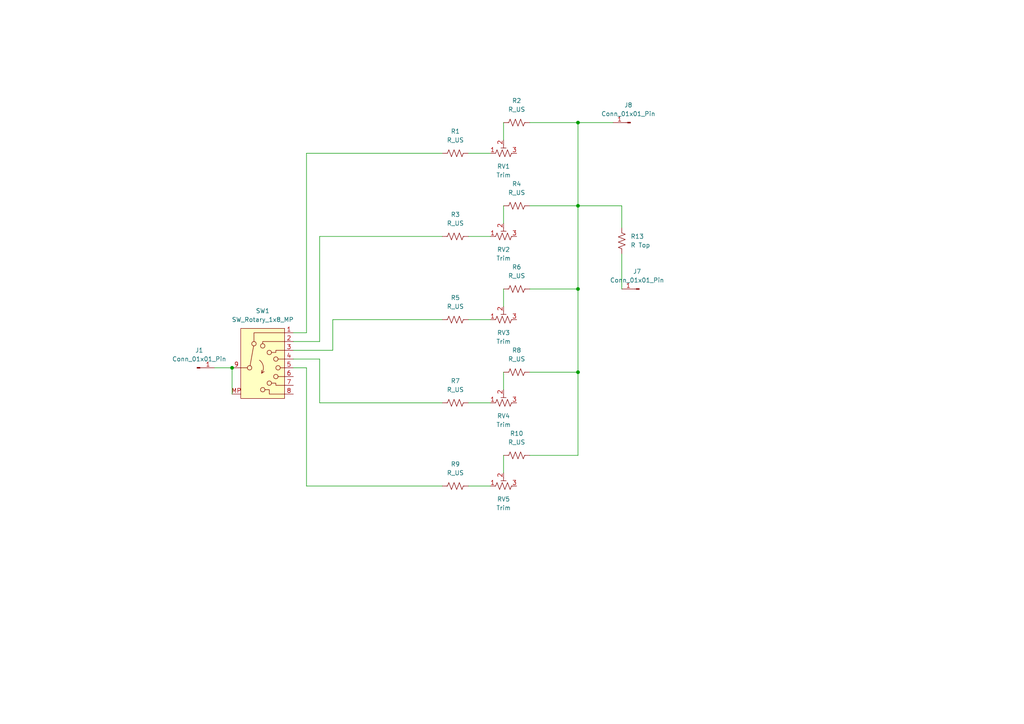
<source format=kicad_sch>
(kicad_sch (version 20250114) (generator "eeschema") (generator_version "9.0")
  (paper "A4")
  (lib_symbols
    (symbol "Connector:Conn_01x01_Pin" (pin_names (offset 1.016) (hide yes))
      (property "Reference" "J" (at 0 2.54 0))
      (property "Value" "Conn_01x01_Pin" (at 0 -2.54 0))
      (symbol "Conn_01x01_Pin_1_1"
        (rectangle (start 0.8636 0.127) (end 0 -0.127) (stroke (width 0.1524)) (fill (type outline)))
        (polyline (pts (xy 1.27 0) (xy 0.8636 0)) (stroke (width 0.1524)))
        (pin passive line (at 5.08 0 180) (length 3.81) (name "Pin_1") (number "1"))
      )
    )
    (symbol "Device:R_Potentiometer_Trim_US" (pin_names (offset 1.016) (hide yes))
      (property "Reference" "RV" (at -4.445 0 90))
      (property "Value" "R_Potentiometer_Trim_US" (at -2.54 0 90))
      (symbol "R_Potentiometer_Trim_US_0_1"
        (polyline (pts (xy 0 2.286) (xy 0 2.54)))
        (polyline (pts (xy 0 2.286) (xy 1.016 1.905) (xy 0 1.524) (xy -1.016 1.143) (xy 0 0.762)))
        (polyline (pts (xy 0 0.762) (xy 1.016 0.381) (xy 0 0) (xy -1.016 -0.381) (xy 0 -0.762)))
        (polyline (pts (xy 0 -0.762) (xy 1.016 -1.143) (xy 0 -1.524) (xy -1.016 -1.905) (xy 0 -2.286)))
        (polyline (pts (xy 0 -2.286) (xy 0 -2.54)))
        (polyline (pts (xy 1.524 0.762) (xy 1.524 -0.762)))
        (polyline (pts (xy 2.54 0) (xy 1.524 0)))
      )
      (symbol "R_Potentiometer_Trim_US_1_1"
        (pin passive line (at 0 3.81 270) (length 1.27) (name "1") (number "1"))
        (pin passive line (at 0 -3.81 90) (length 1.27) (name "3") (number "3"))
        (pin passive line (at 3.81 0 180) (length 1.27) (name "2") (number "2"))
      )
    )
    (symbol "Device:R_US" (pin_numbers (hide yes)) (pin_names (offset 0))
      (property "Reference" "R" (at 2.54 0 90))
      (property "Value" "R_US" (at -2.54 0 90))
      (symbol "R_US_0_1"
        (polyline (pts (xy 0 2.286) (xy 0 2.54)))
        (polyline (pts (xy 0 2.286) (xy 1.016 1.905) (xy 0 1.524) (xy -1.016 1.143) (xy 0 0.762)))
        (polyline (pts (xy 0 0.762) (xy 1.016 0.381) (xy 0 0) (xy -1.016 -0.381) (xy 0 -0.762)))
        (polyline (pts (xy 0 -0.762) (xy 1.016 -1.143) (xy 0 -1.524) (xy -1.016 -1.905) (xy 0 -2.286)))
        (polyline (pts (xy 0 -2.286) (xy 0 -2.54)))
      )
      (symbol "R_US_1_1"
        (pin passive line (at 0 3.81 270) (length 1.27) (name "~") (number "1"))
        (pin passive line (at 0 -3.81 90) (length 1.27) (name "~") (number "2"))
      )
    )
    (symbol "Switch:SW_Rotary_1x8_MP" (pin_names (hide yes))
      (property "Reference" "SW" (at 0 12.7 0))
      (property "Value" "SW_Rotary_1x8_MP" (at 10.16 -10.16 0))
      (symbol "SW_Rotary_1x8_MP_0_1"
        (polyline (pts (xy -7.62 0) (xy -5.715 0)))
        (circle (center -5.08 0) (radius 0.635))
        (polyline (pts (xy -4.9276 0.6604) (xy -3.9116 6.35)))
        (circle (center -3.81 6.985) (radius 0.635))
        (arc (start -2.2226 2.2225) (mid -1.116 0.449) (end -1.5876 -1.5875))
        (polyline (pts (xy -1.5876 -1.5875) (xy -1.5876 -0.6985)))
        (polyline (pts (xy -1.5876 -1.5875) (xy -1.5876 -1.5875)))
        (polyline (pts (xy -1.5876 -1.5875) (xy -0.8256 -1.0795)))
        (circle (center -1.27 6.35) (radius 0.635))
        (circle (center -1.27 -6.35) (radius 0.635))
        (circle (center 0.635 4.445) (radius 0.635))
        (circle (center 0.635 -4.445) (radius 0.635))
        (circle (center 2.54 2.54) (radius 0.635))
        (circle (center 2.54 -2.54) (radius 0.635))
        (circle (center 3.175 0) (radius 0.635))
        (polyline (pts (xy 5.08 7.62) (xy -1.27 7.62) (xy -1.27 7.62) (xy -1.27 6.985)))
        (polyline (pts (xy 5.08 5.08) (xy 2.54 5.08) (xy 2.54 4.445) (xy 1.27 4.445)))
        (polyline (pts (xy 5.08 2.54) (xy 3.175 2.54)))
        (polyline (pts (xy 5.08 0) (xy 3.81 0)))
        (polyline (pts (xy 5.08 -2.54) (xy 3.175 -2.54)))
        (polyline (pts (xy 5.08 -5.08) (xy 2.54 -5.08) (xy 2.54 -4.445) (xy 1.27 -4.445)))
        (polyline (pts (xy 5.08 -7.62) (xy 0.635 -7.62) (xy 0.635 -6.35) (xy -0.635 -6.35)))
      )
      (symbol "SW_Rotary_1x8_MP_1_1"
        (polyline (pts (xy -7.62 11.43) (xy 5.08 11.43) (xy 5.08 -8.89) (xy -7.62 -8.89) (xy -7.62 11.43) (xy -7.62 11.43)) (fill (type background)))
        (polyline (pts (xy 5.08 10.16) (xy -3.81 10.16) (xy -3.81 7.62)))
        (pin passive line (at -10.16 0 0) (length 2.54) (name "") (number "9"))
        (pin passive line (at -10.16 -7.62 0) (length 2.54) (name "") (number "MP"))
        (pin passive line (at 7.62 10.16 180) (length 2.54) (name "") (number "1"))
        (pin passive line (at 7.62 7.62 180) (length 2.54) (name "") (number "2"))
        (pin passive line (at 7.62 5.08 180) (length 2.54) (name "") (number "3"))
        (pin passive line (at 7.62 2.54 180) (length 2.54) (name "") (number "4"))
        (pin passive line (at 7.62 0 180) (length 2.54) (name "") (number "5"))
        (pin passive line (at 7.62 -2.54 180) (length 2.54) (name "") (number "6"))
        (pin passive line (at 7.62 -5.08 180) (length 2.54) (name "") (number "7"))
        (pin passive line (at 7.62 -7.62 180) (length 2.54) (name "") (number "8"))
      )
    )
  )
  (junction (at 167.64 59.69))
  (junction (at 167.64 83.82))
  (junction (at 67.31 106.68))
  (junction (at 167.64 35.56))
  (junction (at 167.64 107.95))
  (wire (pts (xy 153.67 107.95) (xy 167.64 107.95)))
  (wire (pts (xy 85.09 104.14) (xy 92.71 104.14)))
  (wire (pts (xy 85.09 101.6) (xy 96.52 101.6)))
  (wire (pts (xy 153.67 83.82) (xy 167.64 83.82)))
  (wire (pts (xy 85.09 96.52) (xy 88.9 96.52)))
  (wire (pts (xy 96.52 92.71) (xy 96.52 101.6)))
  (wire (pts (xy 92.71 116.84) (xy 92.71 104.14)))
  (wire (pts (xy 135.89 44.45) (xy 142.24 44.45)))
  (wire (pts (xy 88.9 140.97) (xy 88.9 106.68)))
  (wire (pts (xy 135.89 116.84) (xy 142.24 116.84)))
  (wire (pts (xy 67.31 106.68) (xy 67.31 114.3)))
  (wire (pts (xy 88.9 44.45) (xy 88.9 96.52)))
  (wire (pts (xy 146.05 83.82) (xy 146.05 88.9)))
  (wire (pts (xy 135.89 68.58) (xy 142.24 68.58)))
  (wire (pts (xy 167.64 59.69) (xy 167.64 35.56)))
  (wire (pts (xy 135.89 92.71) (xy 142.24 92.71)))
  (wire (pts (xy 88.9 140.97) (xy 128.27 140.97)))
  (wire (pts (xy 153.67 35.56) (xy 167.64 35.56)))
  (wire (pts (xy 167.64 107.95) (xy 167.64 83.82)))
  (wire (pts (xy 153.67 59.69) (xy 167.64 59.69)))
  (wire (pts (xy 146.05 35.56) (xy 146.05 40.64)))
  (wire (pts (xy 167.64 83.82) (xy 167.64 59.69)))
  (wire (pts (xy 180.34 59.69) (xy 167.64 59.69)))
  (wire (pts (xy 96.52 92.71) (xy 128.27 92.71)))
  (wire (pts (xy 153.67 132.08) (xy 167.64 132.08)))
  (wire (pts (xy 85.09 106.68) (xy 88.9 106.68)))
  (wire (pts (xy 180.34 73.66) (xy 180.34 83.82)))
  (wire (pts (xy 146.05 107.95) (xy 146.05 113.03)))
  (wire (pts (xy 146.05 59.69) (xy 146.05 64.77)))
  (wire (pts (xy 180.34 66.04) (xy 180.34 59.69)))
  (wire (pts (xy 167.64 132.08) (xy 167.64 107.95)))
  (wire (pts (xy 88.9 44.45) (xy 128.27 44.45)))
  (wire (pts (xy 146.05 132.08) (xy 146.05 137.16)))
  (wire (pts (xy 92.71 68.58) (xy 92.71 99.06)))
  (wire (pts (xy 177.8 35.56) (xy 167.64 35.56)))
  (wire (pts (xy 92.71 68.58) (xy 128.27 68.58)))
  (wire (pts (xy 85.09 99.06) (xy 92.71 99.06)))
  (wire (pts (xy 62.23 106.68) (xy 67.31 106.68)))
  (wire (pts (xy 135.89 140.97) (xy 142.24 140.97)))
  (wire (pts (xy 92.71 116.84) (xy 128.27 116.84)))
  (symbol (lib_id "Connector:Conn_01x01_Pin") (at 182.88 35.56 180) (unit 1)
    (property "Reference" "J8" (at 182.245 30.48 0))
    (property "Value" "Conn_01x01_Pin" (at 182.245 33.02 0))
    (property "Footprint" "tpd-library:Pin_D1.3mm_L11.0mm_LooseFit" (effects (hide yes)))
    (property "Description" "Generic connector, single row, 01x01, script generated" (effects (hide yes)))
  )
  (symbol (lib_id "Device:R_US") (at 132.08 68.58 90) (unit 1)
    (property "Reference" "R3" (at 132.08 62.23 90))
    (property "Value" "R_US" (at 132.08 64.77 90))
    (property "Footprint" "tpd-library:R_Axial_DIN0411_L9.9mm_D3.6mm_P12.70mm_Horizontal" (effects (hide yes)))
    (property "Description" "Resistor, US symbol" (effects (hide yes)))
  )
  (symbol (lib_id "Device:R_US") (at 149.86 35.56 90) (unit 1)
    (property "Reference" "R2" (at 149.86 29.21 90))
    (property "Value" "R_US" (at 149.86 31.75 90))
    (property "Footprint" "tpd-library:R_Axial_DIN0411_L9.9mm_D3.6mm_P12.70mm_Horizontal" (effects (hide yes)))
    (property "Description" "Resistor, US symbol" (effects (hide yes)))
  )
  (symbol (lib_id "Device:R_US") (at 132.08 92.71 90) (unit 1)
    (property "Reference" "R5" (at 132.08 86.36 90))
    (property "Value" "R_US" (at 132.08 88.9 90))
    (property "Footprint" "tpd-library:R_Axial_DIN0411_L9.9mm_D3.6mm_P12.70mm_Horizontal" (effects (hide yes)))
    (property "Description" "Resistor, US symbol" (effects (hide yes)))
  )
  (symbol (lib_id "Device:R_Potentiometer_Trim_US") (at 146.05 68.58 90) (unit 1)
    (property "Reference" "RV2" (at 146.05 72.39 90))
    (property "Value" "Trim" (at 146.05 74.93 90))
    (property "Footprint" "Potentiometer_THT:Potentiometer_Bourns_3386P_Vertical" (effects (hide yes)))
    (property "Description" "Trim-potentiometer, US symbol" (effects (hide yes)))
  )
  (symbol (lib_id "Device:R_US") (at 180.34 69.85 180) (unit 1)
    (property "Reference" "R13" (at 182.88 68.5799 0) (effects (justify right)))
    (property "Value" "R Top" (at 182.88 71.1199 0) (effects (justify right)))
    (property "Footprint" "tpd-library:R_Axial_DIN0411_L9.9mm_D3.6mm_P12.70mm_Horizontal" (effects (hide yes)))
    (property "Description" "Resistor, US symbol" (effects (hide yes)))
  )
  (symbol (lib_id "Device:R_US") (at 132.08 140.97 90) (unit 1)
    (property "Reference" "R9" (at 132.08 134.62 90))
    (property "Value" "R_US" (at 132.08 137.16 90))
    (property "Footprint" "tpd-library:R_Axial_DIN0411_L9.9mm_D3.6mm_P12.70mm_Horizontal" (effects (hide yes)))
    (property "Description" "Resistor, US symbol" (effects (hide yes)))
  )
  (symbol (lib_id "Device:R_US") (at 132.08 116.84 90) (unit 1)
    (property "Reference" "R7" (at 132.08 110.49 90))
    (property "Value" "R_US" (at 132.08 113.03 90))
    (property "Footprint" "tpd-library:R_Axial_DIN0411_L9.9mm_D3.6mm_P12.70mm_Horizontal" (effects (hide yes)))
    (property "Description" "Resistor, US symbol" (effects (hide yes)))
  )
  (symbol (lib_id "Switch:SW_Rotary_1x8_MP") (at 77.47 106.68 0) (unit 1)
    (property "Reference" "SW1" (at 76.2 90.17 0))
    (property "Value" "SW_Rotary_1x8_MP" (at 76.2 92.71 0))
    (property "Footprint" "tpd-library:Rotary_Switch_8" (effects (hide yes)))
    (property "Description" "Rotary switch 1x8, SP8T with mount point" (effects (hide yes)))
  )
  (symbol (lib_id "Device:R_US") (at 149.86 83.82 90) (unit 1)
    (property "Reference" "R6" (at 149.86 77.47 90))
    (property "Value" "R_US" (at 149.86 80.01 90))
    (property "Footprint" "tpd-library:R_Axial_DIN0411_L9.9mm_D3.6mm_P12.70mm_Horizontal" (effects (hide yes)))
    (property "Description" "Resistor, US symbol" (effects (hide yes)))
  )
  (symbol (lib_id "Connector:Conn_01x01_Pin") (at 185.42 83.82 180) (unit 1)
    (property "Reference" "J7" (at 184.785 78.74 0))
    (property "Value" "Conn_01x01_Pin" (at 184.785 81.28 0))
    (property "Footprint" "tpd-library:Pin_D1.3mm_L11.0mm_LooseFit" (effects (hide yes)))
    (property "Description" "Generic connector, single row, 01x01, script generated" (effects (hide yes)))
  )
  (symbol (lib_id "Device:R_Potentiometer_Trim_US") (at 146.05 44.45 90) (unit 1)
    (property "Reference" "RV1" (at 146.05 48.26 90))
    (property "Value" "Trim" (at 146.05 50.8 90))
    (property "Footprint" "Potentiometer_THT:Potentiometer_Bourns_3386P_Vertical" (effects (hide yes)))
    (property "Description" "Trim-potentiometer, US symbol" (effects (hide yes)))
  )
  (symbol (lib_id "Connector:Conn_01x01_Pin") (at 57.15 106.68 0) (unit 1)
    (property "Reference" "J1" (at 57.785 101.6 0))
    (property "Value" "Conn_01x01_Pin" (at 57.785 104.14 0))
    (property "Footprint" "tpd-library:Pin_D1.3mm_L11.0mm_LooseFit" (effects (hide yes)))
    (property "Description" "Generic connector, single row, 01x01, script generated" (effects (hide yes)))
  )
  (symbol (lib_id "Device:R_US") (at 149.86 107.95 90) (unit 1)
    (property "Reference" "R8" (at 149.86 101.6 90))
    (property "Value" "R_US" (at 149.86 104.14 90))
    (property "Footprint" "tpd-library:R_Axial_DIN0411_L9.9mm_D3.6mm_P12.70mm_Horizontal" (effects (hide yes)))
    (property "Description" "Resistor, US symbol" (effects (hide yes)))
  )
  (symbol (lib_id "Device:R_Potentiometer_Trim_US") (at 146.05 92.71 90) (unit 1)
    (property "Reference" "RV3" (at 146.05 96.52 90))
    (property "Value" "Trim" (at 146.05 99.06 90))
    (property "Footprint" "Potentiometer_THT:Potentiometer_Bourns_3386P_Vertical" (effects (hide yes)))
    (property "Description" "Trim-potentiometer, US symbol" (effects (hide yes)))
  )
  (symbol (lib_id "Device:R_US") (at 132.08 44.45 90) (unit 1)
    (property "Reference" "R1" (at 132.08 38.1 90))
    (property "Value" "R_US" (at 132.08 40.64 90))
    (property "Footprint" "tpd-library:R_Axial_DIN0411_L9.9mm_D3.6mm_P12.70mm_Horizontal" (effects (hide yes)))
    (property "Description" "Resistor, US symbol" (effects (hide yes)))
  )
  (symbol (lib_id "Device:R_US") (at 149.86 59.69 90) (unit 1)
    (property "Reference" "R4" (at 149.86 53.34 90))
    (property "Value" "R_US" (at 149.86 55.88 90))
    (property "Footprint" "tpd-library:R_Axial_DIN0411_L9.9mm_D3.6mm_P12.70mm_Horizontal" (effects (hide yes)))
    (property "Description" "Resistor, US symbol" (effects (hide yes)))
  )
  (symbol (lib_id "Device:R_US") (at 149.86 132.08 90) (unit 1)
    (property "Reference" "R10" (at 149.86 125.73 90))
    (property "Value" "R_US" (at 149.86 128.27 90))
    (property "Footprint" "tpd-library:R_Axial_DIN0411_L9.9mm_D3.6mm_P12.70mm_Horizontal" (effects (hide yes)))
    (property "Description" "Resistor, US symbol" (effects (hide yes)))
  )
  (symbol (lib_id "Device:R_Potentiometer_Trim_US") (at 146.05 140.97 90) (unit 1)
    (property "Reference" "RV5" (at 146.05 144.78 90))
    (property "Value" "Trim" (at 146.05 147.32 90))
    (property "Footprint" "Potentiometer_THT:Potentiometer_Bourns_3386P_Vertical" (effects (hide yes)))
    (property "Description" "Trim-potentiometer, US symbol" (effects (hide yes)))
  )
  (symbol (lib_id "Device:R_Potentiometer_Trim_US") (at 146.05 116.84 90) (unit 1)
    (property "Reference" "RV4" (at 146.05 120.65 90))
    (property "Value" "Trim" (at 146.05 123.19 90))
    (property "Footprint" "Potentiometer_THT:Potentiometer_Bourns_3386P_Vertical" (effects (hide yes)))
    (property "Description" "Trim-potentiometer, US symbol" (effects (hide yes)))
  )
)
</source>
